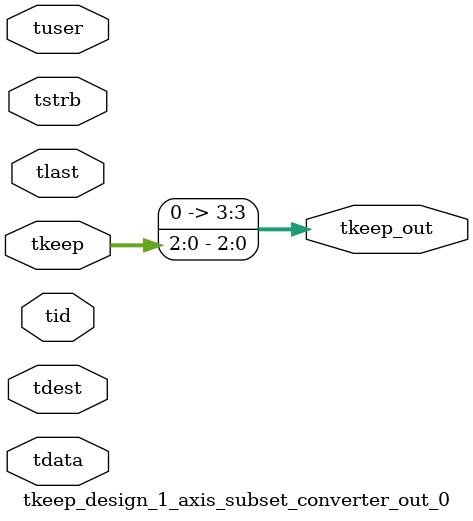
<source format=v>


`timescale 1ps/1ps

module tkeep_design_1_axis_subset_converter_out_0 #
(
parameter C_S_AXIS_TDATA_WIDTH = 32,
parameter C_S_AXIS_TUSER_WIDTH = 0,
parameter C_S_AXIS_TID_WIDTH   = 0,
parameter C_S_AXIS_TDEST_WIDTH = 0,
parameter C_M_AXIS_TDATA_WIDTH = 32
)
(
input  [(C_S_AXIS_TDATA_WIDTH == 0 ? 1 : C_S_AXIS_TDATA_WIDTH)-1:0     ] tdata,
input  [(C_S_AXIS_TUSER_WIDTH == 0 ? 1 : C_S_AXIS_TUSER_WIDTH)-1:0     ] tuser,
input  [(C_S_AXIS_TID_WIDTH   == 0 ? 1 : C_S_AXIS_TID_WIDTH)-1:0       ] tid,
input  [(C_S_AXIS_TDEST_WIDTH == 0 ? 1 : C_S_AXIS_TDEST_WIDTH)-1:0     ] tdest,
input  [(C_S_AXIS_TDATA_WIDTH/8)-1:0 ] tkeep,
input  [(C_S_AXIS_TDATA_WIDTH/8)-1:0 ] tstrb,
input                                                                    tlast,
output [(C_M_AXIS_TDATA_WIDTH/8)-1:0 ] tkeep_out
);

assign tkeep_out = {tkeep[2:0]};

endmodule


</source>
